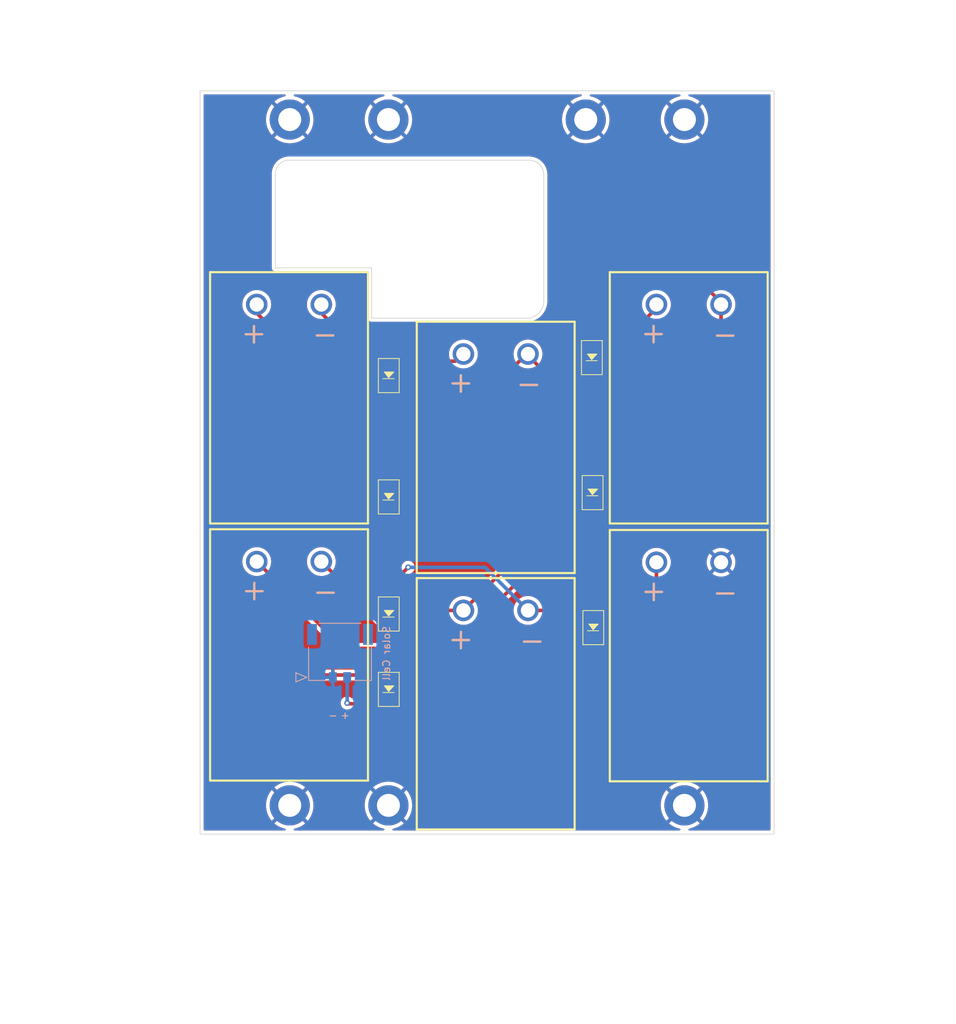
<source format=kicad_pcb>
(kicad_pcb (version 20211014) (generator pcbnew)
  (title_block (title "Solar Cell PCB (non-USB side)") (date "2022-12-25") (rev "2"))
  (layers (0 "F.Cu" signal) (31 "B.Cu" signal) (34 "B.Paste" user) (35 "F.Paste" user) (36 "B.SilkS" user "B.Silkscreen") (37 "F.SilkS" user "F.Silkscreen") (38 "B.Mask" user) (39 "F.Mask" user) (44 "Edge.Cuts" user))
  (net 0 "")
  (net 1 "GND")
  (net 2 "Net-(D1-Pad1)")
  (net 3 "Net-(D1-Pad2)")
  (net 4 "Net-(D2-Pad2)")
  (net 5 "Net-(D3-Pad2)")
  (net 6 "Net-(D4-Pad2)")
  (net 7 "Net-(D5-Pad2)")
  (net 8 "VSOLAR")
  (footprint "ISP:DO-214AC" (layer "F.Cu") (at 126.9 113.5 90)
    (fp_text reference "D6")
    (fp_text value "CDBA240LL-HF")
    (fp_line (start -2.375 -1.45) (end 2.375 -1.45) (layer "F.SilkS") (width 0.12))
    (fp_line (start -0.4318 -0.8128) (end -0.4318 0.7366) (layer "F.SilkS") (width 0.12))
    (fp_line (start -2.375 1.45) (end 2.375 1.45) (layer "F.SilkS") (width 0.12))
    (fp_line (start -2.375 1.45) (end -2.375 -1.45) (layer "F.SilkS") (width 0.12))
    (fp_line (start 2.375 1.45) (end 2.375 -1.45) (layer "F.SilkS") (width 0.12))
    (fp_poly (pts (xy 0.508 0.7112) (xy -0.3048 -0.0254) (xy 0.508 -0.635)) (layer "F.SilkS") (width 0.1) (fill solid))
    (pad "1" smd rect (at -2 0 90) (size 2.5 1.7) (layers "F.Cu" "F.Paste" "F.Mask") (net 7 "Net-(D5-Pad2)"))
    (pad "2" smd rect (at 2 0 90) (size 2.5 1.7) (layers "F.Cu" "F.Paste" "F.Mask") (net 1 "GND"))
  )
  (footprint "MountingHole:MountingHole_3.2mm_M3_DIN965_Pad" (layer "F.Cu") (at 84.6 42.75)
    (fp_text reference "H1")
    (fp_text value "MountingHole_Pad")
    (pad "1" thru_hole circle (at 0 0) (size 5.6 5.6) (drill 3.2) (layers *.Cu *.Mask) (net 1 "GND"))
  )
  (footprint "ISP:SM101K07TF" (layer "F.Cu") (at 85 81.5 90)
    (fp_text reference "SC1")
    (fp_text value "SM101K07TF")
    (fp_text user "-" (at 8.92 4.5) (layer "B.SilkS") (effects (font (size 3 3) (thickness 0.3))))
    (fp_text user "+" (at 8.85 -5.63 90) (layer "F.SilkS") (effects (font (size 3 3) (thickness 0.3))))
    (fp_line (start 17.5 10.5) (end -17.5 10.5) (layer "F.SilkS") (width 0.3))
    (fp_line (start -17.5 10.5) (end -17.5 -11.5) (layer "F.SilkS") (width 0.3))
    (fp_line (start -17.5 -11.5) (end 17.5 -11.5) (layer "F.SilkS") (width 0.3))
    (fp_line (start 17.5 -11.5) (end 17.5 10.5) (layer "F.SilkS") (width 0.3))
    (pad "1" thru_hole circle (at 13 -5 90) (size 3 3) (drill 2) (layers *.Mask "F.Cu" "In1.Cu" "B.Cu") (net 2 "Net-(D1-Pad1)"))
    (pad "2" thru_hole circle (at 13 4 90) (size 3 3) (drill 2) (layers *.Mask "F.Cu" "In1.Cu" "B.Cu") (net 3 "Net-(D1-Pad2)"))
  )
  (footprint "ISP:SM101K07TF" (layer "F.Cu") (at 140.7 81.5 90)
    (fp_text reference "SC3")
    (fp_text value "SM101K07TF")
    (fp_text user "+" (at 8.89 -5.62 90) (layer "B.SilkS") (effects (font (size 3 3) (thickness 0.3))))
    (fp_text user "-" (at 8.89 4.58) (layer "F.SilkS") (effects (font (size 3 3) (thickness 0.3))))
    (fp_line (start 17.5 -11.5) (end 17.5 10.5) (layer "F.SilkS") (width 0.3))
    (fp_line (start -17.5 10.5) (end -17.5 -11.5) (layer "F.SilkS") (width 0.3))
    (fp_line (start 17.5 10.5) (end -17.5 10.5) (layer "F.SilkS") (width 0.3))
    (fp_line (start -17.5 -11.5) (end 17.5 -11.5) (layer "F.SilkS") (width 0.3))
    (pad "1" thru_hole circle (at 13 -5 90) (size 3 3) (drill 2) (layers *.Mask "F.Cu" "In1.Cu" "B.Cu") (net 4 "Net-(D2-Pad2)"))
    (pad "2" thru_hole circle (at 13 4 90) (size 3 3) (drill 2) (layers *.Mask "F.Cu" "In1.Cu" "B.Cu") (net 5 "Net-(D3-Pad2)"))
  )
  (footprint "ISP:DO-214AC" (layer "F.Cu") (at 98.4 122.1 90)
    (fp_text reference "D9")
    (fp_text value "CDBA240LL-HF")
    (fp_line (start -2.375 -1.45) (end 2.375 -1.45) (layer "F.SilkS") (width 0.12))
    (fp_line (start -2.375 1.45) (end -2.375 -1.45) (layer "F.SilkS") (width 0.12))
    (fp_line (start -2.375 1.45) (end 2.375 1.45) (layer "F.SilkS") (width 0.12))
    (fp_line (start -0.4318 -0.8128) (end -0.4318 0.7366) (layer "F.SilkS") (width 0.12))
    (fp_line (start 2.375 1.45) (end 2.375 -1.45) (layer "F.SilkS") (width 0.12))
    (fp_poly (pts (xy 0.508 0.7112) (xy -0.3048 -0.0254) (xy 0.508 -0.635)) (layer "F.SilkS") (width 0.1) (fill solid))
    (pad "1" smd rect (at -2 0 90) (size 2.5 1.7) (layers "F.Cu" "F.Paste" "F.Mask") (net 8 "VSOLAR"))
    (pad "2" smd rect (at 2 0 90) (size 2.5 1.7) (layers "F.Cu" "F.Paste" "F.Mask") (net 2 "Net-(D1-Pad1)"))
  )
  (footprint "ISP:DO-214AC" (layer "F.Cu") (at 98.4 95.3 90)
    (fp_text reference "D2")
    (fp_text value "CDBA240LL-HF")
    (fp_line (start -2.375 -1.45) (end 2.375 -1.45) (layer "F.SilkS") (width 0.12))
    (fp_line (start -2.375 1.45) (end 2.375 1.45) (layer "F.SilkS") (width 0.12))
    (fp_line (start -2.375 1.45) (end -2.375 -1.45) (layer "F.SilkS") (width 0.12))
    (fp_line (start 2.375 1.45) (end 2.375 -1.45) (layer "F.SilkS") (width 0.12))
    (fp_line (start -0.4318 -0.8128) (end -0.4318 0.7366) (layer "F.SilkS") (width 0.12))
    (fp_poly (pts (xy 0.508 0.7112) (xy -0.3048 -0.0254) (xy 0.508 -0.635)) (layer "F.SilkS") (width 0.1) (fill solid))
    (pad "1" smd rect (at -2 0 90) (size 2.5 1.7) (layers "F.Cu" "F.Paste" "F.Mask") (net 3 "Net-(D1-Pad2)"))
    (pad "2" smd rect (at 2 0 90) (size 2.5 1.7) (layers "F.Cu" "F.Paste" "F.Mask") (net 4 "Net-(D2-Pad2)"))
  )
  (footprint "MountingHole:MountingHole_3.2mm_M3_DIN965_Pad" (layer "F.Cu") (at 139.6 138.25)
    (fp_text reference "H8")
    (fp_text value "MountingHole_Pad")
    (pad "1" thru_hole circle (at 0 0) (size 5.6 5.6) (drill 3.2) (layers *.Cu *.Mask) (net 1 "GND"))
  )
  (footprint "ISP:SM101K07TF" (layer "F.Cu") (at 113.8 124.1 90)
    (fp_text reference "SC5")
    (fp_text value "SM101K07TF")
    (fp_text user "+" (at 8.89 -5.58 90) (layer "B.SilkS") (effects (font (size 3 3) (thickness 0.3))))
    (fp_text user "-" (at 8.89 4.58) (layer "F.SilkS") (effects (font (size 3 3) (thickness 0.3))))
    (fp_line (start -17.5 -11.5) (end 17.5 -11.5) (layer "F.SilkS") (width 0.3))
    (fp_line (start 17.5 -11.5) (end 17.5 10.5) (layer "F.SilkS") (width 0.3))
    (fp_line (start -17.5 10.5) (end -17.5 -11.5) (layer "F.SilkS") (width 0.3))
    (fp_line (start 17.5 10.5) (end -17.5 10.5) (layer "F.SilkS") (width 0.3))
    (pad "1" thru_hole circle (at 13 -5 90) (size 3 3) (drill 2) (layers *.Mask "F.Cu" "In1.Cu" "B.Cu") (net 6 "Net-(D4-Pad2)"))
    (pad "2" thru_hole circle (at 13 4 90) (size 3 3) (drill 2) (layers *.Mask "F.Cu" "In1.Cu" "B.Cu") (net 7 "Net-(D5-Pad2)"))
  )
  (footprint "ISP:DO-214AC" (layer "F.Cu") (at 126.7 75.9 90)
    (fp_text reference "D3")
    (fp_text value "CDBA240LL-HF")
    (fp_line (start -2.375 -1.45) (end 2.375 -1.45) (layer "F.SilkS") (width 0.12))
    (fp_line (start 2.375 1.45) (end 2.375 -1.45) (layer "F.SilkS") (width 0.12))
    (fp_line (start -0.4318 -0.8128) (end -0.4318 0.7366) (layer "F.SilkS") (width 0.12))
    (fp_line (start -2.375 1.45) (end 2.375 1.45) (layer "F.SilkS") (width 0.12))
    (fp_line (start -2.375 1.45) (end -2.375 -1.45) (layer "F.SilkS") (width 0.12))
    (fp_poly (pts (xy 0.508 0.7112) (xy -0.3048 -0.0254) (xy 0.508 -0.635)) (layer "F.SilkS") (width 0.1) (fill solid))
    (pad "1" smd rect (at -2 0 90) (size 2.5 1.7) (layers "F.Cu" "F.Paste" "F.Mask") (net 4 "Net-(D2-Pad2)"))
    (pad "2" smd rect (at 2 0 90) (size 2.5 1.7) (layers "F.Cu" "F.Paste" "F.Mask") (net 5 "Net-(D3-Pad2)"))
  )
  (footprint "MountingHole:MountingHole_3.2mm_M3_DIN965_Pad" (layer "F.Cu") (at 125.85 42.75)
    (fp_text reference "H3")
    (fp_text value "MountingHole_Pad")
    (pad "1" thru_hole circle (at 0 0) (size 5.6 5.6) (drill 3.2) (layers *.Cu *.Mask) (net 1 "GND"))
  )
  (footprint "ISP:SM101K07TF" (layer "F.Cu") (at 113.8 88.4 90)
    (fp_text reference "SC2")
    (fp_text value "SM101K07TF")
    (fp_text user "+" (at 8.9 -5.56 90) (layer "B.SilkS") (effects (font (size 3 3) (thickness 0.3))))
    (fp_line (start -17.5 10.5) (end -17.5 -11.5) (layer "F.SilkS") (width 0.3))
    (fp_line (start 17.5 10.5) (end -17.5 10.5) (layer "F.SilkS") (width 0.3))
    (fp_line (start 17.5 -11.5) (end 17.5 10.5) (layer "F.SilkS") (width 0.3))
    (fp_line (start -17.5 -11.5) (end 17.5 -11.5) (layer "F.SilkS") (width 0.3))
    (pad "1" thru_hole circle (at 13 -5 90) (size 3 3) (drill 2) (layers *.Mask "F.Cu" "In1.Cu" "B.Cu") (net 3 "Net-(D1-Pad2)"))
    (pad "2" thru_hole circle (at 13 4 90) (size 3 3) (drill 2) (layers *.Mask "F.Cu" "In1.Cu" "B.Cu") (net 4 "Net-(D2-Pad2)"))
  )
  (footprint "ISP:DO-214AC" (layer "F.Cu") (at 98.4 78.4 90)
    (fp_text reference "D1")
    (fp_text value "CDBA240LL-HF")
    (fp_line (start -0.4318 -0.8128) (end -0.4318 0.7366) (layer "F.SilkS") (width 0.12))
    (fp_line (start -2.375 1.45) (end 2.375 1.45) (layer "F.SilkS") (width 0.12))
    (fp_line (start -2.375 -1.45) (end 2.375 -1.45) (layer "F.SilkS") (width 0.12))
    (fp_line (start -2.375 1.45) (end -2.375 -1.45) (layer "F.SilkS") (width 0.12))
    (fp_line (start 2.375 1.45) (end 2.375 -1.45) (layer "F.SilkS") (width 0.12))
    (fp_poly (pts (xy 0.508 0.7112) (xy -0.3048 -0.0254) (xy 0.508 -0.635)) (layer "F.SilkS") (width 0.1) (fill solid))
    (pad "1" smd rect (at -2 0 90) (size 2.5 1.7) (layers "F.Cu" "F.Paste" "F.Mask") (net 2 "Net-(D1-Pad1)"))
    (pad "2" smd rect (at 2 0 90) (size 2.5 1.7) (layers "F.Cu" "F.Paste" "F.Mask") (net 3 "Net-(D1-Pad2)"))
  )
  (footprint "ISP:DO-214AC" (layer "F.Cu") (at 98.4 111.6 90)
    (fp_text reference "D5")
    (fp_text value "CDBA240LL-HF")
    (fp_line (start -0.4318 -0.8128) (end -0.4318 0.7366) (layer "F.SilkS") (width 0.12))
    (fp_line (start -2.375 -1.45) (end 2.375 -1.45) (layer "F.SilkS") (width 0.12))
    (fp_line (start -2.375 1.45) (end 2.375 1.45) (layer "F.SilkS") (width 0.12))
    (fp_line (start -2.375 1.45) (end -2.375 -1.45) (layer "F.SilkS") (width 0.12))
    (fp_line (start 2.375 1.45) (end 2.375 -1.45) (layer "F.SilkS") (width 0.12))
    (fp_poly (pts (xy 0.508 0.7112) (xy -0.3048 -0.0254) (xy 0.508 -0.635)) (layer "F.SilkS") (width 0.1) (fill solid))
    (pad "1" smd rect (at -2 0 90) (size 2.5 1.7) (layers "F.Cu" "F.Paste" "F.Mask") (net 6 "Net-(D4-Pad2)"))
    (pad "2" smd rect (at 2 0 90) (size 2.5 1.7) (layers "F.Cu" "F.Paste" "F.Mask") (net 7 "Net-(D5-Pad2)"))
  )
  (footprint "MountingHole:MountingHole_3.2mm_M3_DIN965_Pad" (layer "F.Cu") (at 84.6 138.25)
    (fp_text reference "H5")
    (fp_text value "MountingHole_Pad")
    (pad "1" thru_hole circle (at 0 0) (size 5.6 5.6) (drill 3.2) (layers *.Cu *.Mask) (net 1 "GND"))
  )
  (footprint "ISP:SM101K07TF" (layer "F.Cu") (at 85 117.3 90)
    (fp_text reference "SC4")
    (fp_text value "SM101K07TF")
    (fp_text user "+" (at 8.89 -5.56 90) (layer "B.SilkS") (effects (font (size 3 3) (thickness 0.3))))
    (fp_text user "-" (at 8.89 4.58) (layer "F.SilkS") (effects (font (size 3 3) (thickness 0.3))))
    (fp_line (start 17.5 10.5) (end -17.5 10.5) (layer "F.SilkS") (width 0.3))
    (fp_line (start -17.5 -11.5) (end 17.5 -11.5) (layer "F.SilkS") (width 0.3))
    (fp_line (start -17.5 10.5) (end -17.5 -11.5) (layer "F.SilkS") (width 0.3))
    (fp_line (start 17.5 -11.5) (end 17.5 10.5) (layer "F.SilkS") (width 0.3))
    (pad "1" thru_hole circle (at 13 -5 90) (size 3 3) (drill 2) (layers *.Mask "F.Cu" "In1.Cu" "B.Cu") (net 5 "Net-(D3-Pad2)"))
    (pad "2" thru_hole circle (at 13 4 90) (size 3 3) (drill 2) (layers *.Mask "F.Cu" "In1.Cu" "B.Cu") (net 6 "Net-(D4-Pad2)"))
  )
  (footprint "ISP:DO-214AC" (layer "F.Cu") (at 126.8 94.7 90)
    (fp_text reference "D4")
    (fp_text value "CDBA240LL-HF")
    (fp_line (start -2.375 1.45) (end -2.375 -1.45) (layer "F.SilkS") (width 0.12))
    (fp_line (start -2.375 -1.45) (end 2.375 -1.45) (layer "F.SilkS") (width 0.12))
    (fp_line (start -0.4318 -0.8128) (end -0.4318 0.7366) (layer "F.SilkS") (width 0.12))
    (fp_line (start -2.375 1.45) (end 2.375 1.45) (layer "F.SilkS") (width 0.12))
    (fp_line (start 2.375 1.45) (end 2.375 -1.45) (layer "F.SilkS") (width 0.12))
    (fp_poly (pts (xy 0.508 0.7112) (xy -0.3048 -0.0254) (xy 0.508 -0.635)) (layer "F.SilkS") (width 0.1) (fill solid))
    (pad "1" smd rect (at -2 0 90) (size 2.5 1.7) (layers "F.Cu" "F.Paste" "F.Mask") (net 5 "Net-(D3-Pad2)"))
    (pad "2" smd rect (at 2 0 90) (size 2.5 1.7) (layers "F.Cu" "F.Paste" "F.Mask") (net 6 "Net-(D4-Pad2)"))
  )
  (footprint "MountingHole:MountingHole_3.2mm_M3_DIN965_Pad" (layer "F.Cu") (at 139.6 42.75)
    (fp_text reference "H4")
    (fp_text value "MountingHole_Pad")
    (pad "1" thru_hole circle (at 0 0) (size 5.6 5.6) (drill 3.2) (layers *.Cu *.Mask) (net 1 "GND"))
  )
  (footprint "MountingHole:MountingHole_3.2mm_M3_DIN965_Pad" (layer "F.Cu") (at 98.35 42.75)
    (fp_text reference "H2")
    (fp_text value "MountingHole_Pad")
    (pad "1" thru_hole circle (at 0 0) (size 5.6 5.6) (drill 3.2) (layers *.Cu *.Mask) (net 1 "GND"))
  )
  (footprint "MountingHole:MountingHole_3.2mm_M3_DIN965_Pad" (layer "F.Cu") (at 98.35 138.25)
    (fp_text reference "H6")
    (fp_text value "MountingHole_Pad")
    (pad "1" thru_hole circle (at 0 0) (size 5.6 5.6) (drill 3.2) (layers *.Cu *.Mask) (net 1 "GND"))
  )
  (footprint "ISP:SM101K07TF" (layer "F.Cu") (at 140.7 117.4 90)
    (fp_text reference "SC6")
    (fp_text value "SM101K07TF")
    (fp_text user "+" (at 8.89 -5.58 90) (layer "B.SilkS") (effects (font (size 3 3) (thickness 0.3))))
    (fp_text user "-" (at 8.89 4.58) (layer "F.SilkS") (effects (font (size 3 3) (thickness 0.3))))
    (fp_line (start -17.5 -11.5) (end 17.5 -11.5) (layer "F.SilkS") (width 0.3))
    (fp_line (start 17.5 -11.5) (end 17.5 10.5) (layer "F.SilkS") (width 0.3))
    (fp_line (start 17.5 10.5) (end -17.5 10.5) (layer "F.SilkS") (width 0.3))
    (fp_line (start -17.5 10.5) (end -17.5 -11.5) (layer "F.SilkS") (width 0.3))
    (pad "1" thru_hole circle (at 13 -5 90) (size 3 3) (drill 2) (layers *.Mask "F.Cu" "In1.Cu" "B.Cu") (net 7 "Net-(D5-Pad2)"))
    (pad "2" thru_hole circle (at 13 4 90) (size 3 3) (drill 2) (layers *.Mask "F.Cu" "In1.Cu" "B.Cu") (net 1 "GND"))
  )
  (footprint "Molex_PicoLock_2p_2mm_2053380002:2053380002" (layer "B.Cu") (at 90.605 120.42 180)
    (fp_text reference "J1")
    (fp_text value "Solar Cell" (at -7.475 3.34 270) (layer "B.SilkS") (effects (justify mirror)))
    (fp_line (start 3.628992 0) (end 5.152992 0.635) (layer "B.SilkS") (width 0.12))
    (fp_line (start -5.374991 4.20496) (end -5.374991 -0.425) (layer "B.SilkS") (width 0.12))
    (fp_line (start -5.374991 -0.425) (end -2.870041 -0.425) (layer "B.SilkS") (width 0.12))
    (fp_line (start 3.374992 -0.425) (end 3.374992 4.20496) (layer "B.SilkS") (width 0.12))
    (fp_line (start 5.152992 0.635) (end 5.152992 -0.635) (layer "B.SilkS") (width 0.12))
    (fp_line (start -1.129961 -0.425) (end -0.87004 -0.425) (layer "B.SilkS") (width 0.12))
    (fp_line (start 5.152992 -0.635) (end 3.628992 0) (layer "B.SilkS") (width 0.12))
    (fp_line (start 0.87004 -0.425) (end 3.374992 -0.425) (layer "B.SilkS") (width 0.12))
    (fp_line (start 1.915982 7.525) (end -3.915981 7.525) (layer "B.SilkS") (width 0.12))
    (pad "1" smd rect (at 0 0 180) (size 1.1 1.45) (layers "B.Cu" "B.Paste" "B.Mask") (net 1 "GND"))
    (pad "2" smd rect (at -2.000001 0 180) (size 1.1 1.45) (layers "B.Cu" "B.Paste" "B.Mask") (net 8 "VSOLAR"))
    (pad "3" smd rect (at 2.894998 5.974999 180) (size 1.35 2.899999) (layers "B.Cu" "B.Paste" "B.Mask"))
    (pad "4" smd rect (at -4.894997 5.974999 180) (size 1.35 2.899999) (layers "B.Cu" "B.Paste" "B.Mask"))
  )
  (gr_line (start 143.6 38.75) (end 152.1 38.75) (layer "Edge.Cuts") (width 0.1))
  (gr_line (start 96 70.4) (end 96 63.4) (layer "Edge.Cuts") (width 0.1))
  (gr_line (start 80.6 142.25) (end 88.6 142.25) (layer "Edge.Cuts") (width 0.1))
  (gr_line (start 135.6 142.25) (end 88.6 142.25) (layer "Edge.Cuts") (width 0.1))
  (gr_line (start 80.65 38.75) (end 88.65 38.75) (layer "Edge.Cuts") (width 0.1))
  (gr_line (start 135.6 38.75) (end 143.6 38.75) (layer "Edge.Cuts") (width 0.1))
  (gr_line (start 152.1 38.75) (end 152.1 142.25) (layer "Edge.Cuts") (width 0.1))
  (gr_line (start 80.6 142.25) (end 72.1 142.25) (layer "Edge.Cuts") (width 0.1))
  (gr_line (start 82.6 63.4) (end 82.6 50.414214) (layer "Edge.Cuts") (width 0.1))
  (gr_line (start 143.6 142.25) (end 152.1 142.25) (layer "Edge.Cuts") (width 0.1))
  (gr_line (start 96 70.4) (end 117.99436 70.4) (layer "Edge.Cuts") (width 0.1))
  (gr_arc (start 120 68.085786) (mid 119.39708 69.589471) (end 117.99436 70.4) (layer "Edge.Cuts") (width 0.1))
  (gr_arc (start 117.989127 48.4) (mid 119.403845 48.998504) (end 120 50.414214) (layer "Edge.Cuts") (width 0.1))
  (gr_arc (start 82.6 50.414214) (mid 83.150133 48.960414) (end 84.6 48.4) (layer "Edge.Cuts") (width 0.1))
  (gr_line (start 135.6 142.25) (end 143.6 142.25) (layer "Edge.Cuts") (width 0.1))
  (gr_line (start 120 50.414214) (end 120 68.085786) (layer "Edge.Cuts") (width 0.1))
  (gr_line (start 88.65 38.75) (end 135.6 38.75) (layer "Edge.Cuts") (width 0.1))
  (gr_line (start 84.6 48.4) (end 117.989127 48.4) (layer "Edge.Cuts") (width 0.1))
  (gr_line (start 80.65 38.75) (end 72.1 38.75) (layer "Edge.Cuts") (width 0.1))
  (gr_line (start 72.1 142.25) (end 72.1 38.75) (layer "Edge.Cuts") (width 0.1))
  (gr_line (start 96 63.4) (end 82.6 63.4) (layer "Edge.Cuts") (width 0.1))
  (gr_text "-\n" (at 90.62 125.72) (layer "B.SilkS") (effects (font (size 1 1)) (justify mirror)))
  (gr_text "-" (at 89.59 108.41) (layer "B.SilkS") (effects (font (size 3 3) (thickness 0.3))))
  (gr_text "+" (at 92.32 125.7) (layer "B.SilkS") (effects (font (size 1 1)) (justify mirror)))
  (gr_text "-" (at 117.94 79.48) (layer "B.SilkS") (effects (font (size 3 3) (thickness 0.3))))
  (gr_text "-" (at 118.39 115.2) (layer "B.SilkS") (effects (font (size 3 3) (thickness 0.3))))
  (gr_text "-" (at 145.28 73.05 180) (layer "B.SilkS") (effects (font (size 3 3) (thickness 0.3))))
  (gr_text "+" (at 79.63 72.42) (layer "B.SilkS") (effects (font (size 3 3) (thickness 0.3))))
  (gr_text "-" (at 145.28 108.52) (layer "B.SilkS") (effects (font (size 3 3) (thickness 0.3))))
  (gr_text "+" (at 135.32 108.3) (layer "F.SilkS") (effects (font (size 3 3) (thickness 0.3))))
  (gr_text "+" (at 135.29 72.4) (layer "F.SilkS") (effects (font (size 3 3) (thickness 0.3))))
  (gr_text "-" (at 89.53 72.58) (layer "F.SilkS") (effects (font (size 3 3) (thickness 0.3))))
  (gr_text "-" (at 117.92 79.47) (layer "F.SilkS") (effects (font (size 3 3) (thickness 0.3))))
  (gr_text "+" (at 79.66 108.19) (layer "F.SilkS") (effects (font (size 3 3) (thickness 0.3))))
  (gr_text "+" (at 108.44 115) (layer "F.SilkS") (effects (font (size 3 3) (thickness 0.3))))
  (gr_text "+" (at 108.43 79.27) (layer "F.SilkS") (effects (font (size 3 3) (thickness 0.3))))
  (segment (start 75.6 103.2) (end 75.6 108.3) (width 0.5) (layer "F.Cu") (net 2))
  (segment (start 75.6 108.3) (end 87.4 120.1) (width 0.5) (layer "F.Cu") (net 2))
  (segment (start 90.7 80.4) (end 98.4 80.4) (width 0.5) (layer "F.Cu") (net 2))
  (segment (start 80 69.7) (end 90.7 80.4) (width 0.5) (layer "F.Cu") (net 2))
  (segment (start 98.4 80.4) (end 75.6 103.2) (width 0.5) (layer "F.Cu") (net 2))
  (segment (start 87.4 120.1) (end 98.4 120.1) (width 0.5) (layer "F.Cu") (net 2))
  (segment (start 80 68.5) (end 80 69.7) (width 0.5) (layer "F.Cu") (net 2))
  (segment (start 101.6 79.6) (end 101.6 84.4) (width 0.5) (layer "F.Cu") (net 3))
  (segment (start 95.7 76.4) (end 98.4 76.4) (width 0.5) (layer "F.Cu") (net 3))
  (segment (start 108.6 75.4) (end 107.6 76.4) (width 0.5) (layer "F.Cu") (net 3))
  (segment (start 89 68.5) (end 89 69.7) (width 0.5) (layer "F.Cu") (net 3))
  (segment (start 89 69.7) (end 95.7 76.4) (width 0.5) (layer "F.Cu") (net 3))
  (segment (start 93.5 92.5) (end 93.5 96.1) (width 0.5) (layer "F.Cu") (net 3))
  (segment (start 93.5 96.1) (end 94.7 97.3) (width 0.5) (layer "F.Cu") (net 3))
  (segment (start 94.7 97.3) (end 98.4 97.3) (width 0.5) (layer "F.Cu") (net 3))
  (segment (start 101.6 84.4) (end 93.5 92.5) (width 0.5) (layer "F.Cu") (net 3))
  (segment (start 107.6 76.4) (end 98.4 76.4) (width 0.5) (layer "F.Cu") (net 3))
  (segment (start 98.4 76.4) (end 101.6 79.6) (width 0.5) (layer "F.Cu") (net 3))
  (segment (start 117.6 75.4) (end 120.1 77.9) (width 0.5) (layer "F.Cu") (net 4))
  (segment (start 120.1 77.9) (end 126.7 77.9) (width 0.5) (layer "F.Cu") (net 4))
  (segment (start 98.4 93.3) (end 99.7 93.3) (width 0.5) (layer "F.Cu") (net 4))
  (segment (start 126.8 77.9) (end 136.1 68.6) (width 0.5) (layer "F.Cu") (net 4))
  (segment (start 99.7 93.3) (end 117.6 75.4) (width 0.5) (layer "F.Cu") (net 4))
  (segment (start 126.7 77.9) (end 126.8 77.9) (width 0.5) (layer "F.Cu") (net 4))
  (segment (start 144.7 68.5) (end 144.7 78.8) (width 0.5) (layer "F.Cu") (net 5))
  (segment (start 80 104.3) (end 92.1 116.4) (width 0.5) (layer "F.Cu") (net 5))
  (segment (start 92.1 116.4) (end 107.1 116.4) (width 0.5) (layer "F.Cu") (net 5))
  (segment (start 142.6 66.1) (end 145.1 68.6) (width 0.5) (layer "F.Cu") (net 5))
  (segment (start 126.7 73.9) (end 134.5 66.1) (width 0.5) (layer "F.Cu") (net 5))
  (segment (start 107.1 116.4) (end 126.8 96.7) (width 0.5) (layer "F.Cu") (net 5))
  (segment (start 134.5 66.1) (end 142.6 66.1) (width 0.5) (layer "F.Cu") (net 5))
  (segment (start 144.7 78.8) (end 126.8 96.7) (width 0.5) (layer "F.Cu") (net 5))
  (segment (start 126.8 93.1) (end 126.8 92.7) (width 0.25) (layer "F.Cu") (net 6))
  (segment (start 100.9 111.1) (end 98.4 113.6) (width 0.5) (layer "F.Cu") (net 6))
  (segment (start 98.4 113.6) (end 98.3 113.6) (width 0.25) (layer "F.Cu") (net 6))
  (segment (start 108.8 111.1) (end 100.9 111.1) (width 0.5) (layer "F.Cu") (net 6))
  (segment (start 108.8 111.1) (end 126.8 93.1) (width 0.5) (layer "F.Cu") (net 6))
  (segment (start 98.3 113.6) (end 89 104.3) (width 0.5) (layer "F.Cu") (net 6))
  (segment (start 122.5 111.1) (end 126.9 115.5) (width 0.5) (layer "F.Cu") (net 7))
  (segment (start 117.8 111.1) (end 122.5 111.1) (width 0.5) (layer "F.Cu") (net 7))
  (segment (start 135.7 106.7) (end 135.7 104.4) (width 0.5) (layer "F.Cu") (net 7))
  (segment (start 98.4 107.8) (end 101.1 105.1) (width 0.5) (layer "F.Cu") (net 7))
  (segment (start 98.4 109.6) (end 98.4 107.8) (width 0.5) (layer "F.Cu") (net 7))
  (segment (start 126.9 115.5) (end 135.7 106.7) (width 0.5) (layer "F.Cu") (net 7))
  (via (at 101.1 105.1) (size 0.8) (drill 0.4) (layers "F.Cu" "B.Cu") (net 7))
  (segment (start 101.1 105.1) (end 111.8 105.1) (width 0.5) (layer "B.Cu") (net 7))
  (segment (start 111.8 105.1) (end 117.8 111.1) (width 0.5) (layer "B.Cu") (net 7))
  (segment (start 92.7 124.1) (end 98.4 124.1) (width 0.5) (layer "F.Cu") (net 8))
  (segment (start 92.6 124) (end 92.7 124.1) (width 0.5) (layer "F.Cu") (net 8))
  (via (at 92.6 124) (size 0.8) (drill 0.4) (layers "F.Cu" "B.Cu") (net 8))
  (segment (start 92.6 124) (end 92.605001 123.994999) (width 0.25) (layer "B.Cu") (net 8))
  (segment (start 92.605001 123.994999) (end 92.605001 120.42) (width 0.5) (layer "B.Cu") (net 8))
  (zone (net 1) (net_name "GND") (layers F&B.Cu) (connect_pads (clearance 0.508)) (min_thickness 0.254) (fill yes (thermal_gap 0.508) (thermal_bridge_width 0.508))
    (polygon (pts (xy 153.800938 37.106923) (xy 153.700938 143.006923) (xy 70.400938 143.406923) (xy 70.000938 36.906923)))
  )
)
</source>
